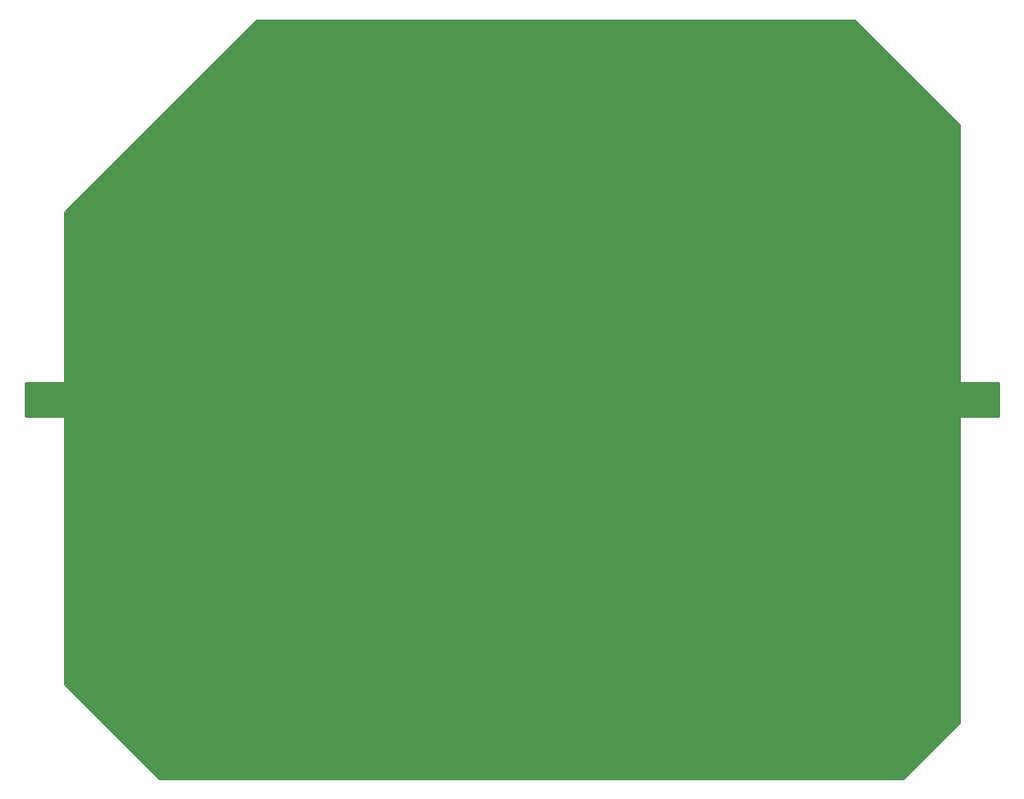
<source format=gbr>
G04 #@! TF.FileFunction,Profile,NP*
%FSLAX46Y46*%
G04 Gerber Fmt 4.6, Leading zero omitted, Abs format (unit mm)*
G04 Created by KiCad (PCBNEW 4.0.1-3.201512161002+6197~38~ubuntu14.04.1-stable) date Qui 28 Jan 2016 16:24:51 BRST*
%MOMM*%
G01*
G04 APERTURE LIST*
%ADD10C,0.100000*%
%ADD11C,0.254000*%
G04 APERTURE END LIST*
D10*
X7239000Y14478000D02*
X7239000Y15494000D01*
X16637000Y5080000D02*
X7239000Y14478000D01*
X90551000Y5080000D02*
X91567000Y6096000D01*
X16637000Y5080000D02*
X90551000Y5080000D01*
X7239000Y61468000D02*
X26289000Y80518000D01*
X7239000Y15494000D02*
X7239000Y61468000D01*
X7239000Y15240000D02*
X7239000Y15494000D01*
X85725000Y80518000D02*
X26289000Y80518000D01*
X96139000Y70104000D02*
X85725000Y80518000D01*
X96139000Y10668000D02*
X96139000Y70104000D01*
X91567000Y6096000D02*
X96139000Y10668000D01*
D11*
G36*
X96012000Y70051394D02*
X96012000Y44577000D01*
X96022006Y44527590D01*
X96050447Y44485965D01*
X96092841Y44458685D01*
X96139000Y44450000D01*
X99949000Y44450000D01*
X99949000Y41148000D01*
X96139000Y41148000D01*
X96089590Y41137994D01*
X96047965Y41109553D01*
X96020685Y41067159D01*
X96012000Y41021000D01*
X96012000Y10720606D01*
X90498394Y5207000D01*
X16689606Y5207000D01*
X7366000Y14530606D01*
X7366000Y41021000D01*
X7355994Y41070410D01*
X7327553Y41112035D01*
X7285159Y41139315D01*
X7239000Y41148000D01*
X3429000Y41148000D01*
X3429000Y44450000D01*
X7239000Y44450000D01*
X7288410Y44460006D01*
X7330035Y44488447D01*
X7357315Y44530841D01*
X7366000Y44577000D01*
X7366000Y61415394D01*
X26341606Y80391000D01*
X85672394Y80391000D01*
X96012000Y70051394D01*
X96012000Y70051394D01*
G37*
X96012000Y70051394D02*
X96012000Y44577000D01*
X96022006Y44527590D01*
X96050447Y44485965D01*
X96092841Y44458685D01*
X96139000Y44450000D01*
X99949000Y44450000D01*
X99949000Y41148000D01*
X96139000Y41148000D01*
X96089590Y41137994D01*
X96047965Y41109553D01*
X96020685Y41067159D01*
X96012000Y41021000D01*
X96012000Y10720606D01*
X90498394Y5207000D01*
X16689606Y5207000D01*
X7366000Y14530606D01*
X7366000Y41021000D01*
X7355994Y41070410D01*
X7327553Y41112035D01*
X7285159Y41139315D01*
X7239000Y41148000D01*
X3429000Y41148000D01*
X3429000Y44450000D01*
X7239000Y44450000D01*
X7288410Y44460006D01*
X7330035Y44488447D01*
X7357315Y44530841D01*
X7366000Y44577000D01*
X7366000Y61415394D01*
X26341606Y80391000D01*
X85672394Y80391000D01*
X96012000Y70051394D01*
M02*

</source>
